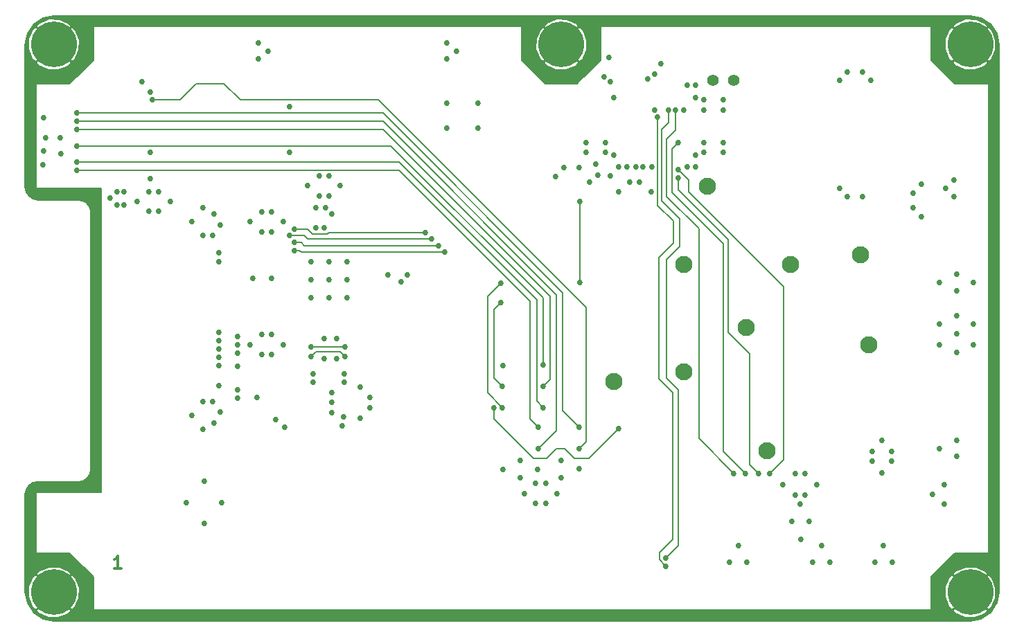
<source format=gtl>
%FSLAX34Y34*%
G04 Gerber Fmt 3.4, Leading zero omitted, Abs format*
G04 (created by PCBNEW (2014-03-01 BZR 4730)-product) date Tuesday, July 01, 2014 'PMt' 01:30:20 PM*
%MOIN*%
G01*
G70*
G90*
G04 APERTURE LIST*
%ADD10C,0.006000*%
%ADD11C,0.012094*%
%ADD12C,0.220472*%
%ADD13C,0.023622*%
%ADD14C,0.055118*%
%ADD15C,0.082677*%
%ADD16C,0.027500*%
%ADD17C,0.007874*%
%ADD18C,0.015748*%
G04 APERTURE END LIST*
G54D10*
G54D11*
X28436Y-66172D02*
X28098Y-66172D01*
X28267Y-66172D02*
X28267Y-65582D01*
X28211Y-65666D01*
X28155Y-65722D01*
X28098Y-65750D01*
G54D12*
X49606Y-40944D03*
G54D13*
X49606Y-40078D03*
X48740Y-40944D03*
X49606Y-41811D03*
X50472Y-40944D03*
X50216Y-40334D03*
X48996Y-40334D03*
X48996Y-41555D03*
X50216Y-41555D03*
G54D12*
X69291Y-40944D03*
G54D13*
X69291Y-40078D03*
X68425Y-40944D03*
X69291Y-41811D03*
X70157Y-40944D03*
X69901Y-40334D03*
X68681Y-40334D03*
X68681Y-41555D03*
X69901Y-41555D03*
G54D12*
X69291Y-67322D03*
G54D13*
X69291Y-66456D03*
X68425Y-67322D03*
X69291Y-68188D03*
X70157Y-67322D03*
X69901Y-66712D03*
X68681Y-66712D03*
X68681Y-67933D03*
X69901Y-67933D03*
G54D12*
X25196Y-67322D03*
G54D13*
X25196Y-66456D03*
X24330Y-67322D03*
X25196Y-68188D03*
X26062Y-67322D03*
X25807Y-66712D03*
X24586Y-66712D03*
X24586Y-67933D03*
X25807Y-67933D03*
G54D12*
X25196Y-40944D03*
G54D13*
X25196Y-40078D03*
X24330Y-40944D03*
X25196Y-41811D03*
X26062Y-40944D03*
X25807Y-40334D03*
X24586Y-40334D03*
X24586Y-41555D03*
X25807Y-41555D03*
G54D14*
X57901Y-42677D03*
X56901Y-42677D03*
G54D15*
X55492Y-56711D03*
X60648Y-51555D03*
X58507Y-54570D03*
X55492Y-51555D03*
X56651Y-47775D03*
X64017Y-51082D03*
X64401Y-55414D03*
X59490Y-60492D03*
X52124Y-57185D03*
G54D16*
X35669Y-52204D03*
X36220Y-49488D03*
X35669Y-49960D03*
X35669Y-49015D03*
X35669Y-55866D03*
X36220Y-55393D03*
X35669Y-54921D03*
X37677Y-57204D03*
X37677Y-56811D03*
X38188Y-49763D03*
X33129Y-50964D03*
X38188Y-55118D03*
X38818Y-55118D03*
X50452Y-46870D03*
X49724Y-46889D03*
X49330Y-47322D03*
X38976Y-47755D03*
X38425Y-48228D03*
X38425Y-47283D03*
X35866Y-59015D03*
X36299Y-59370D03*
X39133Y-58858D03*
X40393Y-57952D03*
X39921Y-57440D03*
X48858Y-63031D03*
X49409Y-62559D03*
X48858Y-62086D03*
X29763Y-48976D03*
X29763Y-48031D03*
X65039Y-60000D03*
X65511Y-60551D03*
X64566Y-60551D03*
X60275Y-62125D03*
X60866Y-61614D03*
X60866Y-62637D03*
X41259Y-52047D03*
X28228Y-48661D03*
X28228Y-48031D03*
X27913Y-48346D03*
X29212Y-48503D03*
X49606Y-61811D03*
X50472Y-61377D03*
X49606Y-60984D03*
X61535Y-63897D03*
X60708Y-63897D03*
X61141Y-64763D03*
X61102Y-63070D03*
X67795Y-60393D03*
X68622Y-60787D03*
X68622Y-60000D03*
X25511Y-45433D03*
X24803Y-45433D03*
X37795Y-49763D03*
X33129Y-57381D03*
X51968Y-47263D03*
X50964Y-47559D03*
X51358Y-47244D03*
X53937Y-48031D03*
X53385Y-47559D03*
X52362Y-46850D03*
X56062Y-46850D03*
X56456Y-46141D03*
X57401Y-46141D03*
X56456Y-43622D03*
X57401Y-43622D03*
X55669Y-42913D03*
X51732Y-46141D03*
X50787Y-46141D03*
X51259Y-46692D03*
X53976Y-46850D03*
X55511Y-44094D03*
X52125Y-46259D03*
X56062Y-46259D03*
X57913Y-61614D03*
X55118Y-44094D03*
X55236Y-45669D03*
X58464Y-61614D03*
X59645Y-61614D03*
X55236Y-46968D03*
X55236Y-47362D03*
X59094Y-61614D03*
X54763Y-44094D03*
X54645Y-65669D03*
X54251Y-44448D03*
X54645Y-66062D03*
X50511Y-48503D03*
X50511Y-52401D03*
X37559Y-55984D03*
X39212Y-55984D03*
X37559Y-55511D03*
X39212Y-55511D03*
X46692Y-53385D03*
X46771Y-57401D03*
X46692Y-52440D03*
X46771Y-58425D03*
X46377Y-58425D03*
X52362Y-59448D03*
X50472Y-60393D03*
X29921Y-43622D03*
X26299Y-45826D03*
X48740Y-56377D03*
X48740Y-57401D03*
X26299Y-45039D03*
X26299Y-46614D03*
X48740Y-58425D03*
X26299Y-47007D03*
X48503Y-59370D03*
X50472Y-59370D03*
X26299Y-44251D03*
X48503Y-60393D03*
X26299Y-44645D03*
X36771Y-50472D03*
X43700Y-50629D03*
X36535Y-50157D03*
X43385Y-50314D03*
X44015Y-50944D03*
X36771Y-50866D03*
X43070Y-50000D03*
X36771Y-49842D03*
X27263Y-48129D03*
X27263Y-49311D03*
X27263Y-50492D03*
X27263Y-51673D03*
X24685Y-48267D03*
X25866Y-48267D03*
X35039Y-39862D03*
X32677Y-39862D03*
X42125Y-39862D03*
X44488Y-39862D03*
X45669Y-39862D03*
X46850Y-39862D03*
X48031Y-39862D03*
X48031Y-41043D03*
X48425Y-41929D03*
X49606Y-42519D03*
X50688Y-42027D03*
X51181Y-41043D03*
X51181Y-39862D03*
X52362Y-39862D03*
X53543Y-39862D03*
X54724Y-39862D03*
X55905Y-39862D03*
X57086Y-39862D03*
X58267Y-39862D03*
X59448Y-39862D03*
X60629Y-39862D03*
X61811Y-39862D03*
X62992Y-39862D03*
X64173Y-39862D03*
X65354Y-39862D03*
X66535Y-39862D03*
X70374Y-42519D03*
X67716Y-39862D03*
X67716Y-41043D03*
X68208Y-42027D03*
X69192Y-42519D03*
X26771Y-39862D03*
X24114Y-43110D03*
X24114Y-44291D03*
X24114Y-45472D03*
X24114Y-46653D03*
X25196Y-42519D03*
X26279Y-42027D03*
X26771Y-41043D03*
X27952Y-39862D03*
X29133Y-39862D03*
X30314Y-39862D03*
X31496Y-39862D03*
X36220Y-39862D03*
X37401Y-39862D03*
X40944Y-39862D03*
X39763Y-39862D03*
X38582Y-39862D03*
X70374Y-44881D03*
X70374Y-43700D03*
X27263Y-55216D03*
X27263Y-52854D03*
X26771Y-68405D03*
X24212Y-62401D03*
X24114Y-63385D03*
X24114Y-64566D03*
X24114Y-65748D03*
X25295Y-65748D03*
X26279Y-66240D03*
X26771Y-67224D03*
X29133Y-68405D03*
X27952Y-68405D03*
X27263Y-54133D03*
X27263Y-56397D03*
X27263Y-57578D03*
X27263Y-58759D03*
X27263Y-59940D03*
X27263Y-61122D03*
X27263Y-62303D03*
X26279Y-62303D03*
X25098Y-62303D03*
X66535Y-68405D03*
X65354Y-68405D03*
X64173Y-68405D03*
X62992Y-68405D03*
X61811Y-68405D03*
X60629Y-68405D03*
X59448Y-68405D03*
X58267Y-68405D03*
X57086Y-68405D03*
X55905Y-68405D03*
X54724Y-68405D03*
X53543Y-68405D03*
X52362Y-68405D03*
X51181Y-68405D03*
X50000Y-68405D03*
X48818Y-68405D03*
X47637Y-68405D03*
X46456Y-68405D03*
X45275Y-68405D03*
X44094Y-68405D03*
X42913Y-68405D03*
X41732Y-68405D03*
X40551Y-68405D03*
X39370Y-68405D03*
X38188Y-68405D03*
X37007Y-68405D03*
X35826Y-68405D03*
X34645Y-68405D03*
X33464Y-68405D03*
X32283Y-68405D03*
X31102Y-68405D03*
X67716Y-68405D03*
X29921Y-68405D03*
X70374Y-48031D03*
X70374Y-49212D03*
X70374Y-50393D03*
X70374Y-51574D03*
X70374Y-52755D03*
X70374Y-53937D03*
X70374Y-55118D03*
X70374Y-56299D03*
X70374Y-57480D03*
X70374Y-58661D03*
X70374Y-59842D03*
X70374Y-61023D03*
X70374Y-62204D03*
X70374Y-63385D03*
X70374Y-64566D03*
X70374Y-65748D03*
X69192Y-65748D03*
X68208Y-66240D03*
X67716Y-67224D03*
X34763Y-52204D03*
X37401Y-47755D03*
X37952Y-47283D03*
X37952Y-48228D03*
X38582Y-49094D03*
X38267Y-48818D03*
X37795Y-48818D03*
X34645Y-49488D03*
X35196Y-49960D03*
X35196Y-49015D03*
X35196Y-54921D03*
X34645Y-55393D03*
X35196Y-55866D03*
X39921Y-58937D03*
X40393Y-58425D03*
X39173Y-57204D03*
X39173Y-56811D03*
X42204Y-52047D03*
X41889Y-52362D03*
X47834Y-62559D03*
X48385Y-62086D03*
X48385Y-63031D03*
X67480Y-62598D03*
X68031Y-63070D03*
X68031Y-62125D03*
X69448Y-55393D03*
X69448Y-54409D03*
X69448Y-52401D03*
X52362Y-48031D03*
X52913Y-47559D03*
X52755Y-46850D03*
X55669Y-46850D03*
X56456Y-45669D03*
X57401Y-45669D03*
X57401Y-44094D03*
X56456Y-44094D03*
X56062Y-42913D03*
X54409Y-41889D03*
X54094Y-42362D03*
X53779Y-42598D03*
X51653Y-42519D03*
X51968Y-42755D03*
X51889Y-41574D03*
X45590Y-44960D03*
X44094Y-44960D03*
X44094Y-43779D03*
X45590Y-43779D03*
X36535Y-43937D03*
X36535Y-46141D03*
X30236Y-48976D03*
X30787Y-48503D03*
X30236Y-48031D03*
X28582Y-48661D03*
X28582Y-48031D03*
X35039Y-41653D03*
X35511Y-41259D03*
X44566Y-41259D03*
X44094Y-40866D03*
X35039Y-40866D03*
X50787Y-45669D03*
X51732Y-45669D03*
X44094Y-41653D03*
X32421Y-61968D03*
X65039Y-61574D03*
X65511Y-61023D03*
X64566Y-61023D03*
X61338Y-61614D03*
X61889Y-62125D03*
X61338Y-62637D03*
X68503Y-47480D03*
X66535Y-48110D03*
X66929Y-47677D03*
X52125Y-43503D03*
X24685Y-46751D03*
X63385Y-42283D03*
X64094Y-42283D03*
X68622Y-52007D03*
X68622Y-55787D03*
X66929Y-49251D03*
X66535Y-48818D03*
X25531Y-46200D03*
X24704Y-46062D03*
X24704Y-44488D03*
X32362Y-50137D03*
X32834Y-50137D03*
X33188Y-49625D03*
X32893Y-49094D03*
X31850Y-49468D03*
X32362Y-48799D03*
X32834Y-58129D03*
X31850Y-58799D03*
X32362Y-58129D03*
X32362Y-59468D03*
X32893Y-59173D03*
X33188Y-58641D03*
X32421Y-64015D03*
X31574Y-62992D03*
X33267Y-62992D03*
X64094Y-48267D03*
X63385Y-48267D03*
X62992Y-47874D03*
X62992Y-42677D03*
X64488Y-42677D03*
X68503Y-48267D03*
X68110Y-47874D03*
X39055Y-59291D03*
X38582Y-58188D03*
X38582Y-58661D03*
X38582Y-57716D03*
X53543Y-46850D03*
X53188Y-46850D03*
X54094Y-44094D03*
X56062Y-43503D03*
X29448Y-42755D03*
X29842Y-43228D03*
X29842Y-46141D03*
X29842Y-47401D03*
X38425Y-52283D03*
X38425Y-53149D03*
X39291Y-52283D03*
X37559Y-52283D03*
X38425Y-51417D03*
X39291Y-53149D03*
X37559Y-53149D03*
X39291Y-51417D03*
X37559Y-51417D03*
X61712Y-65885D03*
X62539Y-65885D03*
X62125Y-65059D03*
X57716Y-65885D03*
X58543Y-65885D03*
X58129Y-65059D03*
X46791Y-56397D03*
X48464Y-61397D03*
X46791Y-61397D03*
X47637Y-61811D03*
X47637Y-60984D03*
X64704Y-65885D03*
X65531Y-65885D03*
X65118Y-65059D03*
X34960Y-57952D03*
X34035Y-56456D03*
X33129Y-56397D03*
X34035Y-55019D03*
X33129Y-54822D03*
X67795Y-55393D03*
X68622Y-54881D03*
X67795Y-54409D03*
X68622Y-54015D03*
X68622Y-52795D03*
X67795Y-52401D03*
X33129Y-51397D03*
X34035Y-57972D03*
X34035Y-57578D03*
X34035Y-55807D03*
X34035Y-55413D03*
X33129Y-56003D03*
X33129Y-55610D03*
X33129Y-55216D03*
X38188Y-56062D03*
X38818Y-56062D03*
G54D17*
X55118Y-44094D02*
X55118Y-45078D01*
X55118Y-45078D02*
X54685Y-45511D01*
X57913Y-61614D02*
X56220Y-59921D01*
X54685Y-45511D02*
X54685Y-48267D01*
X56220Y-49803D02*
X54685Y-48267D01*
X56220Y-59921D02*
X56220Y-49803D01*
X55236Y-45669D02*
X54921Y-45984D01*
X54921Y-45984D02*
X54921Y-48070D01*
X57401Y-60551D02*
X58464Y-61614D01*
X57401Y-50551D02*
X57401Y-60551D01*
X54921Y-48070D02*
X57401Y-50551D01*
X58464Y-61614D02*
X58464Y-61574D01*
X55236Y-46968D02*
X55748Y-47480D01*
X60314Y-60944D02*
X60314Y-52598D01*
X59645Y-61614D02*
X60314Y-60944D01*
X55748Y-48031D02*
X60314Y-52598D01*
X55748Y-47480D02*
X55748Y-48031D01*
X58661Y-61181D02*
X58661Y-55826D01*
X58661Y-55826D02*
X57637Y-54803D01*
X59094Y-61614D02*
X58661Y-61181D01*
X55236Y-47952D02*
X55236Y-47362D01*
X57637Y-50354D02*
X55236Y-47952D01*
X57637Y-54803D02*
X57637Y-50354D01*
X59094Y-61614D02*
X59094Y-61574D01*
X54448Y-45039D02*
X54448Y-48464D01*
X55236Y-65078D02*
X54645Y-65669D01*
X55236Y-57559D02*
X55236Y-65078D01*
X54685Y-57007D02*
X55236Y-57559D01*
X54685Y-51299D02*
X54685Y-57007D01*
X55314Y-50669D02*
X54685Y-51299D01*
X55314Y-49330D02*
X55314Y-50669D01*
X54448Y-48464D02*
X55314Y-49330D01*
X54763Y-44724D02*
X54448Y-45039D01*
X54763Y-44094D02*
X54763Y-44724D01*
X54291Y-57047D02*
X54291Y-51220D01*
X54251Y-48700D02*
X54251Y-44448D01*
X55000Y-49448D02*
X54251Y-48700D01*
X55000Y-50511D02*
X55000Y-49448D01*
X54291Y-51220D02*
X55000Y-50511D01*
X54645Y-66062D02*
X54330Y-65748D01*
X54291Y-57047D02*
X54960Y-57716D01*
X54960Y-57716D02*
X54960Y-64763D01*
X54960Y-64763D02*
X54330Y-65393D01*
X54330Y-65393D02*
X54330Y-65748D01*
X50511Y-48503D02*
X50511Y-52401D01*
X37795Y-55748D02*
X37559Y-55984D01*
X38976Y-55748D02*
X37795Y-55748D01*
X39212Y-55984D02*
X38976Y-55748D01*
X37559Y-55511D02*
X39212Y-55511D01*
X46771Y-57401D02*
X46377Y-57007D01*
X46377Y-53700D02*
X46692Y-53385D01*
X46377Y-57007D02*
X46377Y-53700D01*
X46771Y-58425D02*
X46062Y-57716D01*
X46062Y-53070D02*
X46692Y-52440D01*
X46062Y-57716D02*
X46062Y-53070D01*
X48267Y-60866D02*
X46377Y-58976D01*
X46377Y-58976D02*
X46377Y-58425D01*
X50944Y-60866D02*
X52362Y-59448D01*
X50236Y-60866D02*
X50944Y-60866D01*
X49763Y-60393D02*
X50236Y-60866D01*
X49370Y-60393D02*
X49763Y-60393D01*
X48897Y-60866D02*
X49370Y-60393D01*
X48267Y-60866D02*
X48897Y-60866D01*
X31259Y-43622D02*
X32047Y-42834D01*
X33385Y-42834D02*
X34173Y-43622D01*
X32047Y-42834D02*
X33385Y-42834D01*
X50787Y-53622D02*
X40787Y-43622D01*
X29921Y-43622D02*
X31259Y-43622D01*
X34173Y-43622D02*
X40787Y-43622D01*
X50787Y-60078D02*
X50787Y-53622D01*
X50472Y-60393D02*
X50787Y-60078D01*
X48740Y-56377D02*
X48740Y-53149D01*
X41417Y-45826D02*
X26299Y-45826D01*
X48740Y-53149D02*
X41417Y-45826D01*
X49055Y-57086D02*
X49055Y-53070D01*
X48740Y-57401D02*
X49055Y-57086D01*
X26299Y-45039D02*
X41023Y-45039D01*
X49055Y-53070D02*
X41023Y-45039D01*
X48740Y-58425D02*
X48425Y-58110D01*
X48425Y-58110D02*
X48425Y-53228D01*
X41811Y-46614D02*
X26299Y-46614D01*
X48425Y-53228D02*
X41811Y-46614D01*
X48110Y-58976D02*
X48110Y-53307D01*
X48503Y-59370D02*
X48110Y-58976D01*
X41811Y-47007D02*
X26299Y-47007D01*
X48110Y-53307D02*
X41811Y-47007D01*
X26299Y-44251D02*
X41023Y-44251D01*
X49685Y-52913D02*
X41023Y-44251D01*
X49685Y-58582D02*
X49685Y-52913D01*
X50472Y-59370D02*
X49685Y-58582D01*
X26299Y-44645D02*
X41023Y-44645D01*
X49370Y-52992D02*
X41023Y-44645D01*
X49370Y-59527D02*
X49370Y-52992D01*
X48503Y-60393D02*
X49370Y-59527D01*
X37244Y-50629D02*
X43700Y-50629D01*
X37086Y-50472D02*
X37244Y-50629D01*
X36771Y-50472D02*
X37086Y-50472D01*
X37401Y-50314D02*
X37244Y-50157D01*
X37244Y-50157D02*
X36535Y-50157D01*
X43385Y-50314D02*
X37401Y-50314D01*
X36771Y-50866D02*
X37007Y-50866D01*
X37086Y-50944D02*
X44015Y-50944D01*
X37007Y-50866D02*
X37086Y-50944D01*
X36771Y-49842D02*
X37401Y-49842D01*
X38425Y-50000D02*
X43070Y-50000D01*
X38346Y-50078D02*
X38425Y-50000D01*
X37637Y-50078D02*
X38346Y-50078D01*
X37401Y-49842D02*
X37637Y-50078D01*
G54D18*
X27263Y-55216D02*
X27263Y-54133D01*
X27263Y-54133D02*
X27263Y-52854D01*
G54D10*
G36*
X70673Y-67303D02*
X70564Y-67850D01*
X70517Y-67920D01*
X70517Y-67108D01*
X70517Y-40730D01*
X70341Y-40277D01*
X70309Y-40229D01*
X70164Y-40099D01*
X70136Y-40127D01*
X70136Y-40072D01*
X70006Y-39926D01*
X69562Y-39730D01*
X69077Y-39719D01*
X68624Y-39894D01*
X68575Y-39926D01*
X68446Y-40072D01*
X68546Y-40171D01*
X68681Y-40306D01*
X68708Y-40334D01*
X68843Y-40469D01*
X69291Y-40917D01*
X69738Y-40469D01*
X69873Y-40334D01*
X69901Y-40306D01*
X70036Y-40171D01*
X70136Y-40072D01*
X70136Y-40127D01*
X70064Y-40199D01*
X69929Y-40334D01*
X69901Y-40362D01*
X69766Y-40497D01*
X69319Y-40944D01*
X69766Y-41392D01*
X69901Y-41527D01*
X69929Y-41555D01*
X70064Y-41689D01*
X70164Y-41789D01*
X70309Y-41660D01*
X70505Y-41216D01*
X70517Y-40730D01*
X70517Y-67108D01*
X70341Y-66655D01*
X70309Y-66607D01*
X70164Y-66477D01*
X70157Y-66484D01*
X70157Y-65433D01*
X70157Y-42834D01*
X70136Y-42834D01*
X70136Y-41817D01*
X70036Y-41717D01*
X69901Y-41582D01*
X69873Y-41555D01*
X69738Y-41420D01*
X69291Y-40972D01*
X69263Y-41000D01*
X69263Y-40944D01*
X68815Y-40497D01*
X68681Y-40362D01*
X68653Y-40334D01*
X68518Y-40199D01*
X68418Y-40099D01*
X68273Y-40229D01*
X68076Y-40673D01*
X68065Y-41158D01*
X68240Y-41611D01*
X68273Y-41660D01*
X68418Y-41789D01*
X68518Y-41689D01*
X68653Y-41555D01*
X68681Y-41527D01*
X68815Y-41392D01*
X69263Y-40944D01*
X69263Y-41000D01*
X68843Y-41420D01*
X68708Y-41555D01*
X68681Y-41582D01*
X68546Y-41717D01*
X68446Y-41817D01*
X68575Y-41963D01*
X69020Y-42159D01*
X69505Y-42170D01*
X69958Y-41995D01*
X70006Y-41963D01*
X70136Y-41817D01*
X70136Y-42834D01*
X68536Y-42834D01*
X67401Y-41699D01*
X67401Y-41653D01*
X67401Y-40078D01*
X51496Y-40078D01*
X51496Y-41699D01*
X50832Y-42363D01*
X50832Y-40730D01*
X50656Y-40277D01*
X50624Y-40229D01*
X50479Y-40099D01*
X50451Y-40127D01*
X50451Y-40072D01*
X50321Y-39926D01*
X49877Y-39730D01*
X49392Y-39719D01*
X48939Y-39894D01*
X48890Y-39926D01*
X48761Y-40072D01*
X48861Y-40171D01*
X48861Y-40171D01*
X48996Y-40306D01*
X49023Y-40334D01*
X49158Y-40469D01*
X49606Y-40917D01*
X50053Y-40469D01*
X50188Y-40334D01*
X50216Y-40306D01*
X50351Y-40171D01*
X50451Y-40072D01*
X50451Y-40127D01*
X50379Y-40199D01*
X50244Y-40334D01*
X50216Y-40362D01*
X50081Y-40497D01*
X49634Y-40944D01*
X50081Y-41392D01*
X50081Y-41392D01*
X50216Y-41527D01*
X50244Y-41555D01*
X50379Y-41689D01*
X50479Y-41789D01*
X50624Y-41660D01*
X50820Y-41216D01*
X50832Y-40730D01*
X50832Y-42363D01*
X50451Y-42744D01*
X50451Y-41817D01*
X50351Y-41717D01*
X50216Y-41582D01*
X50188Y-41555D01*
X50053Y-41420D01*
X50053Y-41420D01*
X49606Y-40972D01*
X49578Y-41000D01*
X49578Y-40944D01*
X49130Y-40497D01*
X48996Y-40362D01*
X48968Y-40334D01*
X48833Y-40199D01*
X48833Y-40199D01*
X48733Y-40099D01*
X48588Y-40229D01*
X48391Y-40673D01*
X48380Y-41158D01*
X48555Y-41611D01*
X48588Y-41660D01*
X48733Y-41789D01*
X48833Y-41689D01*
X48968Y-41555D01*
X48996Y-41527D01*
X49130Y-41392D01*
X49578Y-40944D01*
X49578Y-41000D01*
X49158Y-41420D01*
X49023Y-41555D01*
X48996Y-41582D01*
X48861Y-41717D01*
X48761Y-41817D01*
X48890Y-41963D01*
X49334Y-42159D01*
X49820Y-42170D01*
X50273Y-41995D01*
X50321Y-41963D01*
X50451Y-41817D01*
X50451Y-42744D01*
X50361Y-42834D01*
X48851Y-42834D01*
X47716Y-41699D01*
X47716Y-40078D01*
X27086Y-40078D01*
X27086Y-41699D01*
X26422Y-42363D01*
X26422Y-40730D01*
X26247Y-40277D01*
X26215Y-40229D01*
X26069Y-40099D01*
X26041Y-40127D01*
X26041Y-40072D01*
X25912Y-39926D01*
X25468Y-39730D01*
X24982Y-39719D01*
X24529Y-39894D01*
X24481Y-39926D01*
X24351Y-40072D01*
X24451Y-40171D01*
X24451Y-40171D01*
X24586Y-40306D01*
X24614Y-40334D01*
X24749Y-40469D01*
X25196Y-40917D01*
X25644Y-40469D01*
X25779Y-40334D01*
X25807Y-40306D01*
X25941Y-40171D01*
X26041Y-40072D01*
X26041Y-40127D01*
X25969Y-40199D01*
X25834Y-40334D01*
X25807Y-40362D01*
X25672Y-40497D01*
X25224Y-40944D01*
X25672Y-41392D01*
X25672Y-41392D01*
X25807Y-41527D01*
X25834Y-41555D01*
X25969Y-41689D01*
X26069Y-41789D01*
X26215Y-41660D01*
X26411Y-41216D01*
X26422Y-40730D01*
X26422Y-42363D01*
X26041Y-42744D01*
X26041Y-41817D01*
X25941Y-41717D01*
X25807Y-41582D01*
X25779Y-41555D01*
X25644Y-41420D01*
X25644Y-41420D01*
X25196Y-40972D01*
X25169Y-41000D01*
X25169Y-40944D01*
X24721Y-40497D01*
X24586Y-40362D01*
X24558Y-40334D01*
X24423Y-40199D01*
X24423Y-40199D01*
X24324Y-40099D01*
X24178Y-40229D01*
X23982Y-40673D01*
X23971Y-41158D01*
X24146Y-41611D01*
X24178Y-41660D01*
X24324Y-41789D01*
X24423Y-41689D01*
X24558Y-41555D01*
X24586Y-41527D01*
X24721Y-41392D01*
X25169Y-40944D01*
X25169Y-41000D01*
X24749Y-41420D01*
X24614Y-41555D01*
X24586Y-41582D01*
X24451Y-41717D01*
X24351Y-41817D01*
X24481Y-41963D01*
X24925Y-42159D01*
X25410Y-42170D01*
X25863Y-41995D01*
X25912Y-41963D01*
X26041Y-41817D01*
X26041Y-42744D01*
X25951Y-42834D01*
X24330Y-42834D01*
X24330Y-47874D01*
X27480Y-47874D01*
X27480Y-62519D01*
X24330Y-62519D01*
X24330Y-65433D01*
X25951Y-65433D01*
X27086Y-66568D01*
X27086Y-68188D01*
X67401Y-68188D01*
X67401Y-66568D01*
X68536Y-65433D01*
X70157Y-65433D01*
X70157Y-66484D01*
X70136Y-66505D01*
X70136Y-66449D01*
X70006Y-66304D01*
X69562Y-66108D01*
X69077Y-66097D01*
X68624Y-66272D01*
X68575Y-66304D01*
X68446Y-66449D01*
X68546Y-66549D01*
X68681Y-66684D01*
X68708Y-66712D01*
X68708Y-66712D01*
X68843Y-66847D01*
X69291Y-67294D01*
X69738Y-66847D01*
X69738Y-66847D01*
X69873Y-66712D01*
X69901Y-66684D01*
X70036Y-66549D01*
X70136Y-66449D01*
X70136Y-66505D01*
X70064Y-66577D01*
X69929Y-66712D01*
X69901Y-66740D01*
X69766Y-66875D01*
X69319Y-67322D01*
X69766Y-67770D01*
X69901Y-67905D01*
X69929Y-67933D01*
X69929Y-67933D01*
X70064Y-68067D01*
X70164Y-68167D01*
X70309Y-68038D01*
X70505Y-67594D01*
X70517Y-67108D01*
X70517Y-67920D01*
X70265Y-68297D01*
X70136Y-68383D01*
X70136Y-68195D01*
X70036Y-68095D01*
X69901Y-67960D01*
X69901Y-67960D01*
X69873Y-67933D01*
X69738Y-67798D01*
X69291Y-67350D01*
X69263Y-67378D01*
X69263Y-67322D01*
X68815Y-66875D01*
X68681Y-66740D01*
X68681Y-66740D01*
X68653Y-66712D01*
X68518Y-66577D01*
X68418Y-66477D01*
X68273Y-66607D01*
X68076Y-67051D01*
X68065Y-67536D01*
X68240Y-67989D01*
X68273Y-68038D01*
X68418Y-68167D01*
X68518Y-68067D01*
X68518Y-68067D01*
X68653Y-67933D01*
X68681Y-67905D01*
X68815Y-67770D01*
X69263Y-67322D01*
X69263Y-67378D01*
X68843Y-67798D01*
X68708Y-67933D01*
X68681Y-67960D01*
X68546Y-68095D01*
X68446Y-68195D01*
X68575Y-68341D01*
X69020Y-68537D01*
X69505Y-68548D01*
X69958Y-68373D01*
X70006Y-68341D01*
X70136Y-68195D01*
X70136Y-68383D01*
X69818Y-68595D01*
X69272Y-68704D01*
X26422Y-68704D01*
X26422Y-67108D01*
X26247Y-66655D01*
X26215Y-66607D01*
X26069Y-66477D01*
X26041Y-66505D01*
X26041Y-66449D01*
X25912Y-66304D01*
X25468Y-66108D01*
X24982Y-66097D01*
X24529Y-66272D01*
X24481Y-66304D01*
X24351Y-66449D01*
X24451Y-66549D01*
X24586Y-66684D01*
X24614Y-66712D01*
X24749Y-66847D01*
X25196Y-67294D01*
X25644Y-66847D01*
X25644Y-66847D01*
X25779Y-66712D01*
X25807Y-66684D01*
X25941Y-66549D01*
X26041Y-66449D01*
X26041Y-66505D01*
X25969Y-66577D01*
X25834Y-66712D01*
X25807Y-66740D01*
X25672Y-66875D01*
X25224Y-67322D01*
X25672Y-67770D01*
X25807Y-67905D01*
X25834Y-67933D01*
X25969Y-68067D01*
X26069Y-68167D01*
X26215Y-68038D01*
X26411Y-67594D01*
X26422Y-67108D01*
X26422Y-68704D01*
X26041Y-68704D01*
X26041Y-68195D01*
X25941Y-68095D01*
X25807Y-67960D01*
X25779Y-67933D01*
X25644Y-67798D01*
X25196Y-67350D01*
X25169Y-67378D01*
X25169Y-67322D01*
X24721Y-66875D01*
X24586Y-66740D01*
X24558Y-66712D01*
X24423Y-66577D01*
X24324Y-66477D01*
X24178Y-66607D01*
X23982Y-67051D01*
X23971Y-67536D01*
X24146Y-67989D01*
X24178Y-68038D01*
X24324Y-68167D01*
X24423Y-68067D01*
X24423Y-68067D01*
X24558Y-67933D01*
X24586Y-67905D01*
X24721Y-67770D01*
X25169Y-67322D01*
X25169Y-67378D01*
X24749Y-67798D01*
X24614Y-67933D01*
X24586Y-67960D01*
X24451Y-68095D01*
X24351Y-68195D01*
X24481Y-68341D01*
X24925Y-68537D01*
X25410Y-68548D01*
X25863Y-68373D01*
X25912Y-68341D01*
X26041Y-68195D01*
X26041Y-68704D01*
X25215Y-68704D01*
X24669Y-68595D01*
X24222Y-68297D01*
X23923Y-67850D01*
X23815Y-67303D01*
X23815Y-62617D01*
X23863Y-62372D01*
X23991Y-62180D01*
X24183Y-62052D01*
X24428Y-62004D01*
X26377Y-62004D01*
X26396Y-62000D01*
X26415Y-62000D01*
X26566Y-61970D01*
X26566Y-61970D01*
X26635Y-61941D01*
X26635Y-61941D01*
X26763Y-61856D01*
X26763Y-61856D01*
X26763Y-61856D01*
X26816Y-61802D01*
X26816Y-61802D01*
X26902Y-61675D01*
X26931Y-61605D01*
X26931Y-61605D01*
X26961Y-61454D01*
X26961Y-61435D01*
X26964Y-61417D01*
X26964Y-49015D01*
X26961Y-48997D01*
X26961Y-48978D01*
X26931Y-48827D01*
X26931Y-48827D01*
X26902Y-48757D01*
X26816Y-48630D01*
X26816Y-48630D01*
X26763Y-48576D01*
X26763Y-48576D01*
X26635Y-48491D01*
X26566Y-48462D01*
X26566Y-48462D01*
X26415Y-48432D01*
X26396Y-48432D01*
X26377Y-48428D01*
X24428Y-48428D01*
X24183Y-48380D01*
X23991Y-48252D01*
X23863Y-48060D01*
X23815Y-47815D01*
X23815Y-40963D01*
X23923Y-40417D01*
X24222Y-39970D01*
X24669Y-39671D01*
X25215Y-39563D01*
X69272Y-39563D01*
X69818Y-39671D01*
X70265Y-39970D01*
X70564Y-40417D01*
X70673Y-40963D01*
X70673Y-67303D01*
X70673Y-67303D01*
G37*
G54D17*
X70673Y-67303D02*
X70564Y-67850D01*
X70517Y-67920D01*
X70517Y-67108D01*
X70517Y-40730D01*
X70341Y-40277D01*
X70309Y-40229D01*
X70164Y-40099D01*
X70136Y-40127D01*
X70136Y-40072D01*
X70006Y-39926D01*
X69562Y-39730D01*
X69077Y-39719D01*
X68624Y-39894D01*
X68575Y-39926D01*
X68446Y-40072D01*
X68546Y-40171D01*
X68681Y-40306D01*
X68708Y-40334D01*
X68843Y-40469D01*
X69291Y-40917D01*
X69738Y-40469D01*
X69873Y-40334D01*
X69901Y-40306D01*
X70036Y-40171D01*
X70136Y-40072D01*
X70136Y-40127D01*
X70064Y-40199D01*
X69929Y-40334D01*
X69901Y-40362D01*
X69766Y-40497D01*
X69319Y-40944D01*
X69766Y-41392D01*
X69901Y-41527D01*
X69929Y-41555D01*
X70064Y-41689D01*
X70164Y-41789D01*
X70309Y-41660D01*
X70505Y-41216D01*
X70517Y-40730D01*
X70517Y-67108D01*
X70341Y-66655D01*
X70309Y-66607D01*
X70164Y-66477D01*
X70157Y-66484D01*
X70157Y-65433D01*
X70157Y-42834D01*
X70136Y-42834D01*
X70136Y-41817D01*
X70036Y-41717D01*
X69901Y-41582D01*
X69873Y-41555D01*
X69738Y-41420D01*
X69291Y-40972D01*
X69263Y-41000D01*
X69263Y-40944D01*
X68815Y-40497D01*
X68681Y-40362D01*
X68653Y-40334D01*
X68518Y-40199D01*
X68418Y-40099D01*
X68273Y-40229D01*
X68076Y-40673D01*
X68065Y-41158D01*
X68240Y-41611D01*
X68273Y-41660D01*
X68418Y-41789D01*
X68518Y-41689D01*
X68653Y-41555D01*
X68681Y-41527D01*
X68815Y-41392D01*
X69263Y-40944D01*
X69263Y-41000D01*
X68843Y-41420D01*
X68708Y-41555D01*
X68681Y-41582D01*
X68546Y-41717D01*
X68446Y-41817D01*
X68575Y-41963D01*
X69020Y-42159D01*
X69505Y-42170D01*
X69958Y-41995D01*
X70006Y-41963D01*
X70136Y-41817D01*
X70136Y-42834D01*
X68536Y-42834D01*
X67401Y-41699D01*
X67401Y-41653D01*
X67401Y-40078D01*
X51496Y-40078D01*
X51496Y-41699D01*
X50832Y-42363D01*
X50832Y-40730D01*
X50656Y-40277D01*
X50624Y-40229D01*
X50479Y-40099D01*
X50451Y-40127D01*
X50451Y-40072D01*
X50321Y-39926D01*
X49877Y-39730D01*
X49392Y-39719D01*
X48939Y-39894D01*
X48890Y-39926D01*
X48761Y-40072D01*
X48861Y-40171D01*
X48861Y-40171D01*
X48996Y-40306D01*
X49023Y-40334D01*
X49158Y-40469D01*
X49606Y-40917D01*
X50053Y-40469D01*
X50188Y-40334D01*
X50216Y-40306D01*
X50351Y-40171D01*
X50451Y-40072D01*
X50451Y-40127D01*
X50379Y-40199D01*
X50244Y-40334D01*
X50216Y-40362D01*
X50081Y-40497D01*
X49634Y-40944D01*
X50081Y-41392D01*
X50081Y-41392D01*
X50216Y-41527D01*
X50244Y-41555D01*
X50379Y-41689D01*
X50479Y-41789D01*
X50624Y-41660D01*
X50820Y-41216D01*
X50832Y-40730D01*
X50832Y-42363D01*
X50451Y-42744D01*
X50451Y-41817D01*
X50351Y-41717D01*
X50216Y-41582D01*
X50188Y-41555D01*
X50053Y-41420D01*
X50053Y-41420D01*
X49606Y-40972D01*
X49578Y-41000D01*
X49578Y-40944D01*
X49130Y-40497D01*
X48996Y-40362D01*
X48968Y-40334D01*
X48833Y-40199D01*
X48833Y-40199D01*
X48733Y-40099D01*
X48588Y-40229D01*
X48391Y-40673D01*
X48380Y-41158D01*
X48555Y-41611D01*
X48588Y-41660D01*
X48733Y-41789D01*
X48833Y-41689D01*
X48968Y-41555D01*
X48996Y-41527D01*
X49130Y-41392D01*
X49578Y-40944D01*
X49578Y-41000D01*
X49158Y-41420D01*
X49023Y-41555D01*
X48996Y-41582D01*
X48861Y-41717D01*
X48761Y-41817D01*
X48890Y-41963D01*
X49334Y-42159D01*
X49820Y-42170D01*
X50273Y-41995D01*
X50321Y-41963D01*
X50451Y-41817D01*
X50451Y-42744D01*
X50361Y-42834D01*
X48851Y-42834D01*
X47716Y-41699D01*
X47716Y-40078D01*
X27086Y-40078D01*
X27086Y-41699D01*
X26422Y-42363D01*
X26422Y-40730D01*
X26247Y-40277D01*
X26215Y-40229D01*
X26069Y-40099D01*
X26041Y-40127D01*
X26041Y-40072D01*
X25912Y-39926D01*
X25468Y-39730D01*
X24982Y-39719D01*
X24529Y-39894D01*
X24481Y-39926D01*
X24351Y-40072D01*
X24451Y-40171D01*
X24451Y-40171D01*
X24586Y-40306D01*
X24614Y-40334D01*
X24749Y-40469D01*
X25196Y-40917D01*
X25644Y-40469D01*
X25779Y-40334D01*
X25807Y-40306D01*
X25941Y-40171D01*
X26041Y-40072D01*
X26041Y-40127D01*
X25969Y-40199D01*
X25834Y-40334D01*
X25807Y-40362D01*
X25672Y-40497D01*
X25224Y-40944D01*
X25672Y-41392D01*
X25672Y-41392D01*
X25807Y-41527D01*
X25834Y-41555D01*
X25969Y-41689D01*
X26069Y-41789D01*
X26215Y-41660D01*
X26411Y-41216D01*
X26422Y-40730D01*
X26422Y-42363D01*
X26041Y-42744D01*
X26041Y-41817D01*
X25941Y-41717D01*
X25807Y-41582D01*
X25779Y-41555D01*
X25644Y-41420D01*
X25644Y-41420D01*
X25196Y-40972D01*
X25169Y-41000D01*
X25169Y-40944D01*
X24721Y-40497D01*
X24586Y-40362D01*
X24558Y-40334D01*
X24423Y-40199D01*
X24423Y-40199D01*
X24324Y-40099D01*
X24178Y-40229D01*
X23982Y-40673D01*
X23971Y-41158D01*
X24146Y-41611D01*
X24178Y-41660D01*
X24324Y-41789D01*
X24423Y-41689D01*
X24558Y-41555D01*
X24586Y-41527D01*
X24721Y-41392D01*
X25169Y-40944D01*
X25169Y-41000D01*
X24749Y-41420D01*
X24614Y-41555D01*
X24586Y-41582D01*
X24451Y-41717D01*
X24351Y-41817D01*
X24481Y-41963D01*
X24925Y-42159D01*
X25410Y-42170D01*
X25863Y-41995D01*
X25912Y-41963D01*
X26041Y-41817D01*
X26041Y-42744D01*
X25951Y-42834D01*
X24330Y-42834D01*
X24330Y-47874D01*
X27480Y-47874D01*
X27480Y-62519D01*
X24330Y-62519D01*
X24330Y-65433D01*
X25951Y-65433D01*
X27086Y-66568D01*
X27086Y-68188D01*
X67401Y-68188D01*
X67401Y-66568D01*
X68536Y-65433D01*
X70157Y-65433D01*
X70157Y-66484D01*
X70136Y-66505D01*
X70136Y-66449D01*
X70006Y-66304D01*
X69562Y-66108D01*
X69077Y-66097D01*
X68624Y-66272D01*
X68575Y-66304D01*
X68446Y-66449D01*
X68546Y-66549D01*
X68681Y-66684D01*
X68708Y-66712D01*
X68708Y-66712D01*
X68843Y-66847D01*
X69291Y-67294D01*
X69738Y-66847D01*
X69738Y-66847D01*
X69873Y-66712D01*
X69901Y-66684D01*
X70036Y-66549D01*
X70136Y-66449D01*
X70136Y-66505D01*
X70064Y-66577D01*
X69929Y-66712D01*
X69901Y-66740D01*
X69766Y-66875D01*
X69319Y-67322D01*
X69766Y-67770D01*
X69901Y-67905D01*
X69929Y-67933D01*
X69929Y-67933D01*
X70064Y-68067D01*
X70164Y-68167D01*
X70309Y-68038D01*
X70505Y-67594D01*
X70517Y-67108D01*
X70517Y-67920D01*
X70265Y-68297D01*
X70136Y-68383D01*
X70136Y-68195D01*
X70036Y-68095D01*
X69901Y-67960D01*
X69901Y-67960D01*
X69873Y-67933D01*
X69738Y-67798D01*
X69291Y-67350D01*
X69263Y-67378D01*
X69263Y-67322D01*
X68815Y-66875D01*
X68681Y-66740D01*
X68681Y-66740D01*
X68653Y-66712D01*
X68518Y-66577D01*
X68418Y-66477D01*
X68273Y-66607D01*
X68076Y-67051D01*
X68065Y-67536D01*
X68240Y-67989D01*
X68273Y-68038D01*
X68418Y-68167D01*
X68518Y-68067D01*
X68518Y-68067D01*
X68653Y-67933D01*
X68681Y-67905D01*
X68815Y-67770D01*
X69263Y-67322D01*
X69263Y-67378D01*
X68843Y-67798D01*
X68708Y-67933D01*
X68681Y-67960D01*
X68546Y-68095D01*
X68446Y-68195D01*
X68575Y-68341D01*
X69020Y-68537D01*
X69505Y-68548D01*
X69958Y-68373D01*
X70006Y-68341D01*
X70136Y-68195D01*
X70136Y-68383D01*
X69818Y-68595D01*
X69272Y-68704D01*
X26422Y-68704D01*
X26422Y-67108D01*
X26247Y-66655D01*
X26215Y-66607D01*
X26069Y-66477D01*
X26041Y-66505D01*
X26041Y-66449D01*
X25912Y-66304D01*
X25468Y-66108D01*
X24982Y-66097D01*
X24529Y-66272D01*
X24481Y-66304D01*
X24351Y-66449D01*
X24451Y-66549D01*
X24586Y-66684D01*
X24614Y-66712D01*
X24749Y-66847D01*
X25196Y-67294D01*
X25644Y-66847D01*
X25644Y-66847D01*
X25779Y-66712D01*
X25807Y-66684D01*
X25941Y-66549D01*
X26041Y-66449D01*
X26041Y-66505D01*
X25969Y-66577D01*
X25834Y-66712D01*
X25807Y-66740D01*
X25672Y-66875D01*
X25224Y-67322D01*
X25672Y-67770D01*
X25807Y-67905D01*
X25834Y-67933D01*
X25969Y-68067D01*
X26069Y-68167D01*
X26215Y-68038D01*
X26411Y-67594D01*
X26422Y-67108D01*
X26422Y-68704D01*
X26041Y-68704D01*
X26041Y-68195D01*
X25941Y-68095D01*
X25807Y-67960D01*
X25779Y-67933D01*
X25644Y-67798D01*
X25196Y-67350D01*
X25169Y-67378D01*
X25169Y-67322D01*
X24721Y-66875D01*
X24586Y-66740D01*
X24558Y-66712D01*
X24423Y-66577D01*
X24324Y-66477D01*
X24178Y-66607D01*
X23982Y-67051D01*
X23971Y-67536D01*
X24146Y-67989D01*
X24178Y-68038D01*
X24324Y-68167D01*
X24423Y-68067D01*
X24423Y-68067D01*
X24558Y-67933D01*
X24586Y-67905D01*
X24721Y-67770D01*
X25169Y-67322D01*
X25169Y-67378D01*
X24749Y-67798D01*
X24614Y-67933D01*
X24586Y-67960D01*
X24451Y-68095D01*
X24351Y-68195D01*
X24481Y-68341D01*
X24925Y-68537D01*
X25410Y-68548D01*
X25863Y-68373D01*
X25912Y-68341D01*
X26041Y-68195D01*
X26041Y-68704D01*
X25215Y-68704D01*
X24669Y-68595D01*
X24222Y-68297D01*
X23923Y-67850D01*
X23815Y-67303D01*
X23815Y-62617D01*
X23863Y-62372D01*
X23991Y-62180D01*
X24183Y-62052D01*
X24428Y-62004D01*
X26377Y-62004D01*
X26396Y-62000D01*
X26415Y-62000D01*
X26566Y-61970D01*
X26566Y-61970D01*
X26635Y-61941D01*
X26635Y-61941D01*
X26763Y-61856D01*
X26763Y-61856D01*
X26763Y-61856D01*
X26816Y-61802D01*
X26816Y-61802D01*
X26902Y-61675D01*
X26931Y-61605D01*
X26931Y-61605D01*
X26961Y-61454D01*
X26961Y-61435D01*
X26964Y-61417D01*
X26964Y-49015D01*
X26961Y-48997D01*
X26961Y-48978D01*
X26931Y-48827D01*
X26931Y-48827D01*
X26902Y-48757D01*
X26816Y-48630D01*
X26816Y-48630D01*
X26763Y-48576D01*
X26763Y-48576D01*
X26635Y-48491D01*
X26566Y-48462D01*
X26566Y-48462D01*
X26415Y-48432D01*
X26396Y-48432D01*
X26377Y-48428D01*
X24428Y-48428D01*
X24183Y-48380D01*
X23991Y-48252D01*
X23863Y-48060D01*
X23815Y-47815D01*
X23815Y-40963D01*
X23923Y-40417D01*
X24222Y-39970D01*
X24669Y-39671D01*
X25215Y-39563D01*
X69272Y-39563D01*
X69818Y-39671D01*
X70265Y-39970D01*
X70564Y-40417D01*
X70673Y-40963D01*
X70673Y-67303D01*
M02*

</source>
